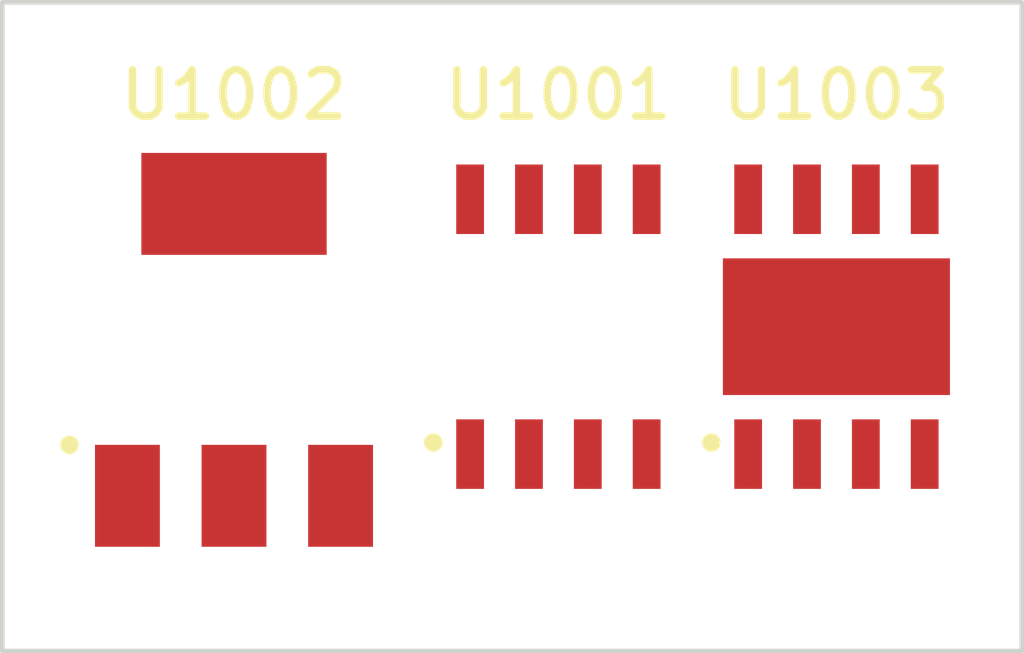
<source format=kicad_pcb>
(kicad_pcb (version 20241229) (generator "pcbnew") (generator_version "9.0")
  (title_block (title "Project name") (date "2025-05-26") (rev "1") (comment 1 "PCA number") (comment 2 "PCB number"))
  (layers (0 "F.Cu" signal) (2 "B.Cu" signal) (13 "F.Paste" user) (15 "B.Paste" user) (5 "F.SilkS" user "F.Silkscreen") (7 "B.SilkS" user "B.Silkscreen") (1 "F.Mask" user) (3 "B.Mask" user) (25 "Edge.Cuts" user))
  (net 0 "")
  (footprint "lily_footprints:hsoic8" (layer "F.Cu") (at 138 87)
    (property "Reference" "U1003" (at 0 -5 0) (layer "F.SilkS") (effects (font (thickness 0.16))))
    (property "Value" "TPS5430" (hide yes))
    (fp_circle (center -2.7 2.5) (end -2.6 2.5) (stroke (width 0.2)) (fill no) (layer "F.SilkS"))
    (pad "1" smd rect (at -1.905 2.75) (size 0.6 1.5) (layers "F.Cu" "F.Mask" "F.Paste"))
    (pad "2" smd rect (at -0.635 2.75) (size 0.6 1.5) (layers "F.Cu" "F.Mask" "F.Paste"))
    (pad "3" smd rect (at 0.635 2.75) (size 0.6 1.5) (layers "F.Cu" "F.Mask" "F.Paste"))
    (pad "4" smd rect (at 1.905 2.75) (size 0.6 1.5) (layers "F.Cu" "F.Mask" "F.Paste"))
    (pad "5" smd rect (at 1.905 -2.75) (size 0.6 1.5) (layers "F.Cu" "F.Mask" "F.Paste"))
    (pad "6" smd rect (at 0.635 -2.75) (size 0.6 1.5) (layers "F.Cu" "F.Mask" "F.Paste"))
    (pad "7" smd rect (at -0.635 -2.75) (size 0.6 1.5) (layers "F.Cu" "F.Mask" "F.Paste"))
    (pad "8" smd rect (at -1.905 -2.75) (size 0.6 1.5) (layers "F.Cu" "F.Mask" "F.Paste"))
    (pad "9" smd rect (at 0 0) (size 4.9 2.95) (layers "F.Cu"))
  )
  (footprint "lily_footprints:soic8" (layer "F.Cu") (at 132 87)
    (property "Reference" "U1001" (at 0 -5 0) (layer "F.SilkS") (effects (font (thickness 0.16))))
    (property "Value" "LM393" (hide yes))
    (fp_circle (center -2.7 2.5) (end -2.6 2.5) (stroke (width 0.2)) (fill no) (layer "F.SilkS"))
    (pad "1" smd rect (at -1.905 2.75) (size 0.6 1.5) (layers "F.Cu" "F.Mask" "F.Paste"))
    (pad "2" smd rect (at -0.635 2.75) (size 0.6 1.5) (layers "F.Cu" "F.Mask" "F.Paste"))
    (pad "3" smd rect (at 0.635 2.75) (size 0.6 1.5) (layers "F.Cu" "F.Mask" "F.Paste"))
    (pad "4" smd rect (at 1.905 2.75) (size 0.6 1.5) (layers "F.Cu" "F.Mask" "F.Paste"))
    (pad "5" smd rect (at 1.905 -2.75) (size 0.6 1.5) (layers "F.Cu" "F.Mask" "F.Paste"))
    (pad "6" smd rect (at 0.635 -2.75) (size 0.6 1.5) (layers "F.Cu" "F.Mask" "F.Paste"))
    (pad "7" smd rect (at -0.635 -2.75) (size 0.6 1.5) (layers "F.Cu" "F.Mask" "F.Paste"))
    (pad "8" smd rect (at -1.905 -2.75) (size 0.6 1.5) (layers "F.Cu" "F.Mask" "F.Paste"))
  )
  (footprint "lily_footprints:sot223" (layer "F.Cu") (at 125 87.5)
    (property "Reference" "U1002" (at 0 -5.5 0) (layer "F.SilkS") (effects (font (thickness 0.16))))
    (property "Value" "AZ1117" (hide yes))
    (fp_circle (center -3.55 2.05) (end -3.45 2.05) (stroke (width 0.2)) (fill no) (layer "F.SilkS"))
    (pad "1" smd rect (at -2.3 3.15) (size 1.4 2.2) (layers "F.Cu" "F.Mask" "F.Paste"))
    (pad "2" smd rect (at 0 -3.15) (size 4 2.2) (layers "F.Cu" "F.Mask" "F.Paste"))
    (pad "2" smd rect (at 0 3.15) (size 1.4 2.2) (layers "F.Cu" "F.Mask" "F.Paste"))
    (pad "3" smd rect (at 2.3 3.15) (size 1.4 2.2) (layers "F.Cu" "F.Mask" "F.Paste"))
  )
  (gr_rect (start 120 80) (end 142 94) (stroke (width 0.1)) (fill no) (layer "Edge.Cuts"))
)
</source>
